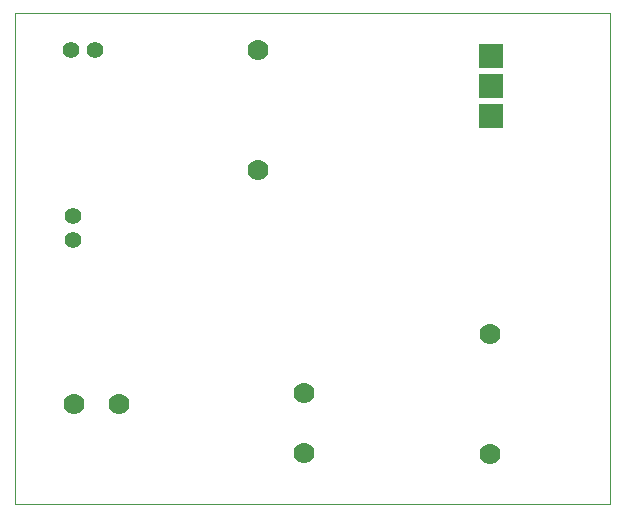
<source format=gbr>
G04 PROTEUS GERBER X2 FILE*
%TF.GenerationSoftware,Labcenter,Proteus,8.17-SP2-Build37159*%
%TF.CreationDate,2024-06-19T08:40:51+00:00*%
%TF.FileFunction,Copper,L1,Top*%
%TF.FilePolarity,Positive*%
%TF.Part,Single*%
%TF.SameCoordinates,{cc4adc65-c152-4fc9-8d13-ce7ccd937357}*%
%FSLAX45Y45*%
%MOMM*%
G01*
%TA.AperFunction,ComponentPad*%
%ADD10C,1.778000*%
%TA.AperFunction,ComponentPad*%
%ADD11R,2.032000X2.032000*%
%TA.AperFunction,WasherPad*%
%ADD12C,1.397000*%
%TA.AperFunction,Profile*%
%ADD13C,0.101600*%
%TD.AperFunction*%
D10*
X-2535000Y+446000D03*
X-2916000Y+446000D03*
X-964000Y+537000D03*
X-964000Y+29000D03*
D11*
X+617000Y+3393000D03*
X+617000Y+3139000D03*
X+617000Y+2885000D03*
D10*
X+609000Y+24000D03*
X+609000Y+1040000D03*
X-1356000Y+3441000D03*
X-1356000Y+2425000D03*
D12*
X-2938000Y+3441000D03*
X-2738000Y+3441000D03*
X-2920000Y+2040000D03*
X-2920000Y+1840000D03*
D13*
X-3410000Y-400000D02*
X+1620000Y-400000D01*
X+1620000Y+3760000D01*
X-3410000Y+3760000D01*
X-3410000Y-400000D01*
M02*

</source>
